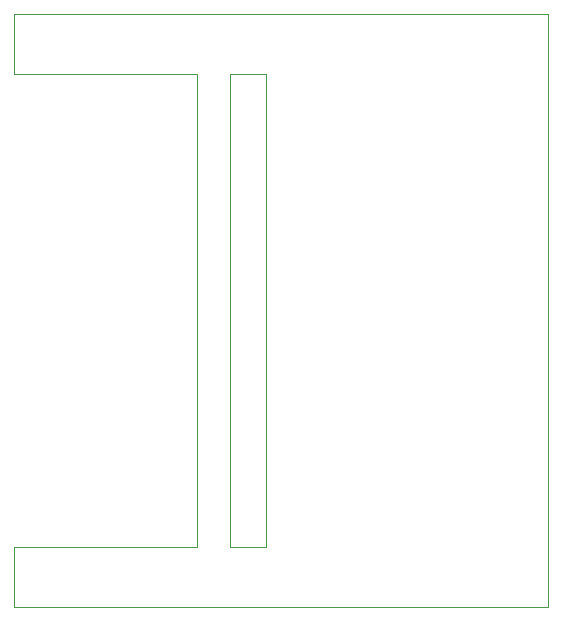
<source format=gbr>
G04 #@! TF.GenerationSoftware,KiCad,Pcbnew,8.0.2*
G04 #@! TF.CreationDate,2024-05-26T13:34:56+02:00*
G04 #@! TF.ProjectId,Playstation 2 breakout 90 degree,506c6179-7374-4617-9469-6f6e20322062,rev?*
G04 #@! TF.SameCoordinates,Original*
G04 #@! TF.FileFunction,Profile,NP*
%FSLAX46Y46*%
G04 Gerber Fmt 4.6, Leading zero omitted, Abs format (unit mm)*
G04 Created by KiCad (PCBNEW 8.0.2) date 2024-05-26 13:34:56*
%MOMM*%
%LPD*%
G01*
G04 APERTURE LIST*
G04 #@! TA.AperFunction,Profile*
%ADD10C,0.050000*%
G04 #@! TD*
G04 APERTURE END LIST*
D10*
X147826000Y-60706000D02*
X147826000Y-100706000D01*
X147826000Y-60706000D02*
X132334000Y-60706000D01*
X172560000Y-55626000D02*
X162560000Y-55626000D01*
X177560000Y-105786000D02*
X172560000Y-105786000D01*
X132334000Y-55626000D02*
X162560000Y-55626000D01*
X177560000Y-55626000D02*
X177560000Y-105786000D01*
X177560000Y-55626000D02*
X172560000Y-55626000D01*
X132334000Y-100706000D02*
X132334000Y-105786000D01*
X132334000Y-55626000D02*
X132334000Y-60706000D01*
X150668000Y-60706000D02*
X153668000Y-60706000D01*
X153668000Y-100706000D01*
X150668000Y-100706000D01*
X150668000Y-60706000D01*
X132334000Y-105786000D02*
X162560000Y-105786000D01*
X172560000Y-105786000D02*
X162560000Y-105786000D01*
X147826000Y-100706000D02*
X132334000Y-100706000D01*
M02*

</source>
